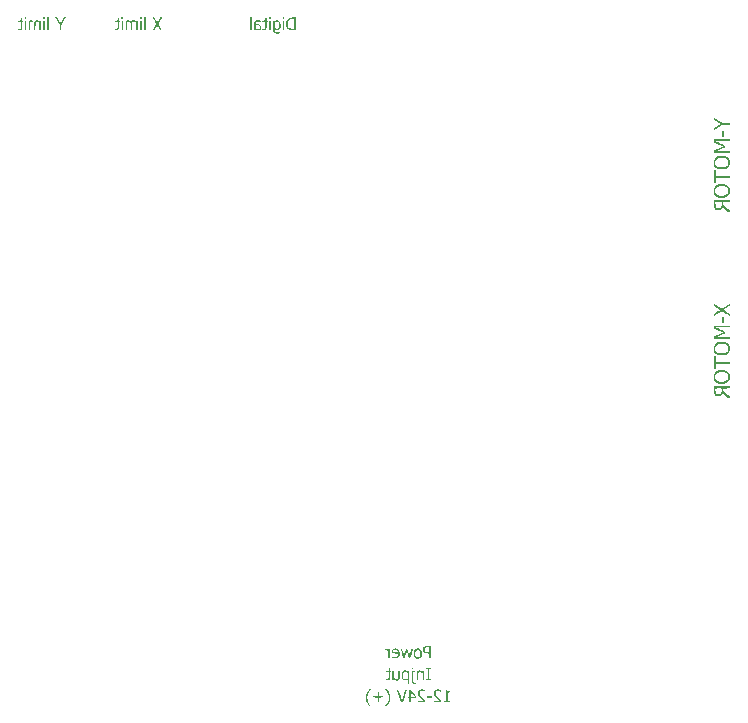
<source format=gbr>
G04 DipTrace 4.1.0.0*
G04 BottomSilk.gbr*
%MOIN*%
G04 #@! TF.FileFunction,Legend,Bot*
G04 #@! TF.Part,Single*
%FSLAX26Y26*%
G04*
G70*
G90*
G75*
G01*
G04 BotSilk*
%LPD*%
G36*
X3113797Y1775317D2*
X3112485Y1774661D1*
X3108548Y1772036D1*
X3105267Y1770068D1*
X3101330Y1767443D1*
X3098049Y1765474D1*
X3094112Y1762850D1*
X3090831Y1760881D1*
X3088863Y1759569D1*
X3088063Y1758884D1*
X3087550Y1758913D1*
X3086238Y1760225D1*
X3079676Y1764162D1*
X3077708Y1765474D1*
X3067865Y1771380D1*
X3065897Y1772692D1*
X3062616Y1774661D1*
X3061960D1*
Y1767443D1*
X3062616Y1766787D1*
X3079020Y1756944D1*
X3080989Y1755632D1*
X3082301Y1754976D1*
X3080989Y1753663D1*
X3078364Y1752351D1*
X3076396Y1751039D1*
X3069834Y1747102D1*
X3067865Y1745789D1*
X3064585Y1743821D1*
X3062616Y1742509D1*
X3061960Y1741852D1*
Y1735291D1*
X3062616D1*
X3065897Y1737259D1*
X3069834Y1739884D1*
X3073115Y1741852D1*
X3075083Y1743165D1*
X3078364Y1745133D1*
X3082301Y1747758D1*
X3085582Y1749726D1*
X3086238Y1750383D1*
X3087113Y1751039D1*
X3087988D1*
X3088863Y1750383D1*
X3090831Y1749070D1*
X3094112Y1747102D1*
X3096081Y1745789D1*
X3102642Y1741852D1*
X3104611Y1740540D1*
X3111173Y1736603D1*
X3113141Y1735291D1*
X3114453D1*
Y1741852D1*
X3113141Y1743165D1*
X3103298Y1749070D1*
X3101330Y1750383D1*
X3094768Y1754320D1*
X3093456Y1754976D1*
Y1755632D1*
X3094768Y1756288D1*
X3098049Y1758257D1*
X3100018Y1759569D1*
X3103298Y1761537D1*
X3105267Y1762850D1*
X3111829Y1766787D1*
X3113797Y1768099D1*
X3114453Y1768755D1*
Y1775317D1*
X3113797D1*
G37*
G36*
X3088863Y1730697D2*
Y1711669D1*
X3094768D1*
Y1730697D1*
X3088863D1*
G37*
G36*
X3061960Y1702482D2*
Y1693296D1*
X3062616Y1692640D1*
X3063928Y1691984D1*
X3087550Y1681485D1*
X3089519Y1680829D1*
X3090831Y1680173D1*
Y1679516D1*
X3089519Y1678860D1*
X3087550Y1678204D1*
X3064585Y1668362D1*
X3061960Y1667049D1*
Y1657863D1*
X3114453D1*
Y1663768D1*
X3069178Y1664425D1*
X3069834Y1665081D1*
X3071802Y1665737D1*
X3077708Y1668362D1*
X3082301Y1670330D1*
X3094112Y1675579D1*
X3098705Y1677548D1*
X3100018Y1678860D1*
Y1682141D1*
X3096081Y1684110D1*
X3091487Y1686078D1*
X3085582Y1688703D1*
X3080989Y1690671D1*
X3075083Y1693296D1*
X3073115Y1693952D1*
X3069178Y1695921D1*
X3114453Y1696577D1*
Y1702482D1*
X3061960D1*
G37*
G36*
X3065897Y1641459D2*
Y1640802D1*
X3063928Y1638834D1*
X3061304Y1633585D1*
X3060648Y1630960D1*
Y1621117D1*
X3061304Y1618493D1*
X3061960Y1616524D1*
X3063272Y1613900D1*
X3064585Y1611931D1*
X3068522Y1607994D1*
X3070490Y1606682D1*
X3074427Y1604713D1*
X3076396Y1604057D1*
X3079020Y1603401D1*
X3082957Y1602745D1*
X3092800D1*
X3096737Y1603401D1*
X3099361Y1604057D1*
X3101330Y1604713D1*
X3106579Y1607338D1*
X3111829Y1612587D1*
X3113141Y1614556D1*
X3113797Y1615868D1*
X3115110Y1619805D1*
X3115766Y1624398D1*
Y1627679D1*
X3115110Y1631616D1*
X3114453Y1634241D1*
X3112485Y1638178D1*
X3111173Y1640146D1*
X3107892Y1643427D1*
X3105923Y1644739D1*
X3101986Y1646708D1*
X3098049Y1648020D1*
X3094768Y1648676D1*
X3080989D1*
X3077708Y1648020D1*
X3073771Y1646708D1*
X3071146Y1645396D1*
X3069178Y1644083D1*
X3066553Y1642115D1*
X3065897Y1641459D1*
X3080989D1*
X3085582Y1642115D1*
X3090175D1*
X3094768Y1641459D1*
X3098049Y1640802D1*
X3100018Y1640146D1*
X3103955Y1638178D1*
X3108548Y1633585D1*
Y1632928D1*
X3109204Y1631616D1*
X3109860Y1628335D1*
X3110516Y1627679D1*
Y1623742D1*
X3109860Y1623086D1*
X3109204Y1620461D1*
X3107892Y1617837D1*
Y1617180D1*
X3104611Y1613900D1*
X3099361Y1611275D1*
X3096737Y1610619D1*
X3092800Y1609963D1*
X3089519Y1609306D1*
X3086238D1*
X3082957Y1609963D1*
X3079020Y1610619D1*
X3075083Y1611931D1*
X3072459Y1613243D1*
X3071802Y1613900D1*
X3070490Y1614556D1*
X3067865Y1617180D1*
Y1617837D1*
X3067209Y1619149D1*
X3066553Y1621117D1*
X3065897Y1621774D1*
Y1630304D1*
X3066553Y1630960D1*
X3067865Y1633585D1*
Y1634241D1*
X3071802Y1638178D1*
X3075739Y1640146D1*
X3077708Y1640802D1*
X3080989Y1641459D1*
X3065897D1*
G37*
G36*
X3061960Y1599464D2*
Y1557469D1*
X3067865D1*
Y1574530D1*
X3114453Y1575186D1*
Y1581747D1*
X3067865Y1582404D1*
Y1599464D1*
X3061960D1*
G37*
G36*
X3065897Y1546970D2*
Y1546314D1*
X3063928Y1544346D1*
X3061304Y1539096D1*
X3060648Y1536472D1*
Y1526629D1*
X3061304Y1524005D1*
X3061960Y1522036D1*
X3063272Y1519411D1*
X3064585Y1517443D1*
X3068522Y1513506D1*
X3070490Y1512194D1*
X3074427Y1510225D1*
X3076396Y1509569D1*
X3079020Y1508913D1*
X3082957Y1508257D1*
X3092800D1*
X3096737Y1508913D1*
X3099361Y1509569D1*
X3101330Y1510225D1*
X3106579Y1512850D1*
X3111829Y1518099D1*
X3113141Y1520068D1*
X3113797Y1521380D1*
X3115110Y1525317D1*
X3115766Y1529910D1*
Y1533191D1*
X3115110Y1537128D1*
X3114453Y1539753D1*
X3112485Y1543690D1*
X3111173Y1545658D1*
X3107892Y1548939D1*
X3105923Y1550251D1*
X3101986Y1552220D1*
X3098049Y1553532D1*
X3094768Y1554188D1*
X3080989D1*
X3077708Y1553532D1*
X3073771Y1552220D1*
X3071146Y1550907D1*
X3069178Y1549595D1*
X3066553Y1547627D1*
X3065897Y1546970D1*
X3080989D1*
X3085582Y1547627D1*
X3090175D1*
X3094768Y1546970D1*
X3098049Y1546314D1*
X3100018Y1545658D1*
X3103955Y1543690D1*
X3108548Y1539096D1*
Y1538440D1*
X3109204Y1537128D1*
X3109860Y1533847D1*
X3110516Y1533191D1*
Y1529254D1*
X3109860Y1528598D1*
X3109204Y1525973D1*
X3107892Y1523348D1*
Y1522692D1*
X3104611Y1519411D1*
X3099361Y1516787D1*
X3096737Y1516131D1*
X3092800Y1515474D1*
X3089519Y1514818D1*
X3086238D1*
X3082957Y1515474D1*
X3079020Y1516131D1*
X3075083Y1517443D1*
X3072459Y1518755D1*
X3071802Y1519411D1*
X3070490Y1520068D1*
X3067865Y1522692D1*
Y1523348D1*
X3067209Y1524661D1*
X3066553Y1526629D1*
X3065897Y1527285D1*
Y1535816D1*
X3066553Y1536472D1*
X3067865Y1539096D1*
Y1539753D1*
X3071802Y1543690D1*
X3075739Y1545658D1*
X3077708Y1546314D1*
X3080989Y1546970D1*
X3065897D1*
G37*
G36*
X3061960Y1492509D2*
Y1478729D1*
X3063272Y1474792D1*
X3063928Y1473480D1*
X3065897Y1470855D1*
X3066553Y1470199D1*
X3068522Y1468886D1*
X3071146Y1467574D1*
X3074427Y1466918D1*
X3077708D1*
X3080989Y1467574D1*
X3082957Y1468230D1*
X3084270Y1468886D1*
X3086238Y1470199D1*
X3088207Y1472167D1*
X3089519Y1474136D1*
X3090831Y1476760D1*
X3090938Y1477268D1*
X3091341Y1477806D1*
X3091664Y1477790D1*
X3092144Y1477417D1*
X3096081Y1474136D1*
X3099361Y1471511D1*
X3103298Y1468230D1*
X3106579Y1465606D1*
X3110516Y1462325D1*
X3113797Y1459700D1*
X3114453D1*
Y1467574D1*
X3111829Y1470199D1*
X3109204Y1472167D1*
X3096081Y1482666D1*
X3094768Y1483322D1*
X3093456Y1484634D1*
Y1492509D1*
X3114453Y1493165D1*
Y1499726D1*
X3061960D1*
Y1492509D1*
X3067209D1*
X3074208Y1493165D1*
X3081208D1*
X3088207Y1492509D1*
Y1483978D1*
X3087550Y1483322D1*
X3086894Y1480041D1*
X3086238Y1478729D1*
Y1478073D1*
X3084270Y1476104D1*
X3081645Y1474792D1*
X3078583Y1474136D1*
X3075521D1*
X3072459Y1474792D1*
X3069834Y1476104D1*
X3068522Y1477417D1*
Y1478073D1*
X3067865Y1480041D1*
X3067209Y1492509D1*
X3061960D1*
G37*
G36*
Y2396052D2*
Y2388834D1*
X3063928Y2387522D1*
X3068522Y2384897D1*
X3071802Y2382928D1*
X3076396Y2380304D1*
X3079676Y2378335D1*
X3083613Y2376367D1*
X3084926Y2375054D1*
X3083613Y2374398D1*
X3079020Y2371774D1*
X3069178Y2365868D1*
X3064585Y2363243D1*
X3062616Y2361931D1*
X3061960Y2361275D1*
Y2354713D1*
X3062616D1*
X3065897Y2356682D1*
X3067865Y2357994D1*
X3087550Y2369805D1*
X3088207Y2370461D1*
X3090831Y2371774D1*
X3114453Y2372430D1*
Y2378335D1*
X3091487Y2378991D1*
X3087550Y2380960D1*
X3086894Y2381616D1*
X3080333Y2385553D1*
X3075739Y2388178D1*
X3069178Y2392115D1*
X3064585Y2394739D1*
X3061960Y2396052D1*
G37*
G36*
X3088863Y2350776D2*
Y2331747D1*
X3094768D1*
Y2350776D1*
X3088863D1*
G37*
G36*
X3061960Y2322561D2*
Y2313375D1*
X3062616Y2312718D1*
X3063928Y2312062D1*
X3087550Y2301564D1*
X3089519Y2300907D1*
X3090831Y2300251D1*
Y2299595D1*
X3089519Y2298939D1*
X3087550Y2298283D1*
X3064585Y2288440D1*
X3061960Y2287128D1*
Y2277942D1*
X3114453D1*
Y2283847D1*
X3069178Y2284503D1*
X3069834Y2285159D1*
X3071802Y2285816D1*
X3077708Y2288440D1*
X3082301Y2290409D1*
X3094112Y2295658D1*
X3098705Y2297627D1*
X3100018Y2298939D1*
Y2302220D1*
X3096081Y2304188D1*
X3091487Y2306157D1*
X3085582Y2308781D1*
X3080989Y2310750D1*
X3075083Y2313375D1*
X3073115Y2314031D1*
X3069178Y2315999D1*
X3114453Y2316655D1*
Y2322561D1*
X3061960D1*
G37*
G36*
X3065897Y2261537D2*
Y2260881D1*
X3063928Y2258913D1*
X3061304Y2253663D1*
X3060648Y2251039D1*
Y2241196D1*
X3061304Y2238571D1*
X3061960Y2236603D1*
X3063272Y2233978D1*
X3064585Y2232010D1*
X3068522Y2228073D1*
X3070490Y2226760D1*
X3074427Y2224792D1*
X3076396Y2224136D1*
X3079020Y2223480D1*
X3082957Y2222823D1*
X3092800D1*
X3096737Y2223480D1*
X3099361Y2224136D1*
X3101330Y2224792D1*
X3106579Y2227417D1*
X3111829Y2232666D1*
X3113141Y2234634D1*
X3113797Y2235947D1*
X3115110Y2239884D1*
X3115766Y2244477D1*
Y2247758D1*
X3115110Y2251695D1*
X3114453Y2254320D1*
X3112485Y2258257D1*
X3111173Y2260225D1*
X3107892Y2263506D1*
X3105923Y2264818D1*
X3101986Y2266787D1*
X3098049Y2268099D1*
X3094768Y2268755D1*
X3080989D1*
X3077708Y2268099D1*
X3073771Y2266787D1*
X3071146Y2265474D1*
X3069178Y2264162D1*
X3066553Y2262194D1*
X3065897Y2261537D1*
X3080989D1*
X3085582Y2262194D1*
X3090175D1*
X3094768Y2261537D1*
X3098049Y2260881D1*
X3100018Y2260225D1*
X3103955Y2258257D1*
X3108548Y2253663D1*
Y2253007D1*
X3109204Y2251695D1*
X3109860Y2248414D1*
X3110516Y2247758D1*
Y2243821D1*
X3109860Y2243165D1*
X3109204Y2240540D1*
X3107892Y2237915D1*
Y2237259D1*
X3104611Y2233978D1*
X3099361Y2231354D1*
X3096737Y2230697D1*
X3092800Y2230041D1*
X3089519Y2229385D1*
X3086238D1*
X3082957Y2230041D1*
X3079020Y2230697D1*
X3075083Y2232010D1*
X3072459Y2233322D1*
X3071802Y2233978D1*
X3070490Y2234634D1*
X3067865Y2237259D1*
Y2237915D1*
X3067209Y2239228D1*
X3066553Y2241196D1*
X3065897Y2241852D1*
Y2250383D1*
X3066553Y2251039D1*
X3067865Y2253663D1*
Y2254320D1*
X3071802Y2258257D1*
X3075739Y2260225D1*
X3077708Y2260881D1*
X3080989Y2261537D1*
X3065897D1*
G37*
G36*
X3061960Y2219543D2*
Y2177548D1*
X3067865D1*
Y2194608D1*
X3114453Y2195264D1*
Y2201826D1*
X3067865Y2202482D1*
Y2219543D1*
X3061960D1*
G37*
G36*
X3065897Y2167049D2*
Y2166393D1*
X3063928Y2164425D1*
X3061304Y2159175D1*
X3060648Y2156551D1*
Y2146708D1*
X3061304Y2144083D1*
X3061960Y2142115D1*
X3063272Y2139490D1*
X3064585Y2137522D1*
X3068522Y2133585D1*
X3070490Y2132272D1*
X3074427Y2130304D1*
X3076396Y2129648D1*
X3079020Y2128991D1*
X3082957Y2128335D1*
X3092800D1*
X3096737Y2128991D1*
X3099361Y2129648D1*
X3101330Y2130304D1*
X3106579Y2132928D1*
X3111829Y2138178D1*
X3113141Y2140146D1*
X3113797Y2141459D1*
X3115110Y2145396D1*
X3115766Y2149989D1*
Y2153270D1*
X3115110Y2157207D1*
X3114453Y2159831D1*
X3112485Y2163768D1*
X3111173Y2165737D1*
X3107892Y2169018D1*
X3105923Y2170330D1*
X3101986Y2172299D1*
X3098049Y2173611D1*
X3094768Y2174267D1*
X3080989D1*
X3077708Y2173611D1*
X3073771Y2172299D1*
X3071146Y2170986D1*
X3069178Y2169674D1*
X3066553Y2167705D1*
X3065897Y2167049D1*
X3080989D1*
X3085582Y2167705D1*
X3090175D1*
X3094768Y2167049D1*
X3098049Y2166393D1*
X3100018Y2165737D1*
X3103955Y2163768D1*
X3108548Y2159175D1*
Y2158519D1*
X3109204Y2157207D1*
X3109860Y2153926D1*
X3110516Y2153270D1*
Y2149333D1*
X3109860Y2148676D1*
X3109204Y2146052D1*
X3107892Y2143427D1*
Y2142771D1*
X3104611Y2139490D1*
X3099361Y2136865D1*
X3096737Y2136209D1*
X3092800Y2135553D1*
X3089519Y2134897D1*
X3086238D1*
X3082957Y2135553D1*
X3079020Y2136209D1*
X3075083Y2137522D1*
X3072459Y2138834D1*
X3071802Y2139490D1*
X3070490Y2140146D1*
X3067865Y2142771D1*
Y2143427D1*
X3067209Y2144739D1*
X3066553Y2146708D1*
X3065897Y2147364D1*
Y2155894D1*
X3066553Y2156551D1*
X3067865Y2159175D1*
Y2159831D1*
X3071802Y2163768D1*
X3075739Y2165737D1*
X3077708Y2166393D1*
X3080989Y2167049D1*
X3065897D1*
G37*
G36*
X3061960Y2112587D2*
Y2098808D1*
X3063272Y2094871D1*
X3063928Y2093558D1*
X3065897Y2090934D1*
X3066553Y2090278D1*
X3068522Y2088965D1*
X3071146Y2087653D1*
X3074427Y2086997D1*
X3077708D1*
X3080989Y2087653D1*
X3082957Y2088309D1*
X3084270Y2088965D1*
X3086238Y2090278D1*
X3088207Y2092246D1*
X3089519Y2094215D1*
X3090831Y2096839D1*
X3090938Y2097347D1*
X3091341Y2097885D1*
X3091664Y2097869D1*
X3092144Y2097495D1*
X3096081Y2094215D1*
X3099361Y2091590D1*
X3103298Y2088309D1*
X3106579Y2085684D1*
X3110516Y2082404D1*
X3113797Y2079779D1*
X3114453D1*
Y2087653D1*
X3111829Y2090278D1*
X3109204Y2092246D1*
X3096081Y2102745D1*
X3094768Y2103401D1*
X3093456Y2104713D1*
Y2112587D1*
X3114453Y2113243D1*
Y2119805D1*
X3061960D1*
Y2112587D1*
X3067209D1*
X3074208Y2113243D1*
X3081208D1*
X3088207Y2112587D1*
Y2104057D1*
X3087550Y2103401D1*
X3086894Y2100120D1*
X3086238Y2098808D1*
Y2098152D1*
X3084270Y2096183D1*
X3081645Y2094871D1*
X3078583Y2094215D1*
X3075521D1*
X3072459Y2094871D1*
X3069834Y2096183D1*
X3068522Y2097495D1*
Y2098152D1*
X3067865Y2100120D1*
X3067209Y2112587D1*
X3061960D1*
G37*
G36*
X839781Y2731026D2*
Y2687456D1*
X844506D1*
Y2731026D1*
X839781D1*
G37*
G36*
X764191Y2729451D2*
Y2724201D1*
X769965D1*
Y2729451D1*
X764191D1*
G37*
G36*
X826133D2*
Y2724201D1*
X831907D1*
Y2729451D1*
X826133D1*
G37*
G36*
X867078D2*
X868128Y2728401D1*
Y2727876D1*
X868653Y2726826D1*
X869703Y2725251D1*
X870228Y2724201D1*
X871277Y2722627D1*
X871802Y2721577D1*
X872852Y2720002D1*
X873377Y2718952D1*
X874427Y2717377D1*
X874952Y2716327D1*
X876002Y2714753D1*
X876527Y2713703D1*
X877577Y2712128D1*
X878102Y2711078D1*
X879152Y2709503D1*
X879676Y2708453D1*
X880726Y2706879D1*
X881251Y2687456D1*
X886501D1*
Y2705829D1*
X887550Y2706879D1*
X888600Y2708978D1*
X889650Y2710553D1*
X890175Y2711603D1*
X891225Y2713178D1*
X891750Y2714228D1*
X892800Y2715802D1*
X893850Y2717902D1*
X894900Y2719477D1*
X895424Y2720527D1*
X896474Y2722102D1*
X896999Y2723152D1*
X898049Y2724726D1*
X899099Y2726826D1*
X900149Y2728401D1*
X900674Y2729451D1*
X894900D1*
X893850Y2727876D1*
X893325Y2726826D1*
X892275Y2725251D1*
X891225Y2723152D1*
X890175Y2721577D1*
X889650Y2720527D1*
X888600Y2718952D1*
X887550Y2716852D1*
X886501Y2715278D1*
X885976Y2714228D1*
X884926Y2712653D1*
X884661Y2712127D1*
X884356Y2711578D1*
X883844Y2711032D1*
X883573Y2711118D1*
X883351Y2711603D1*
X882301Y2713178D1*
X881251Y2715278D1*
X880201Y2716852D1*
X879676Y2717902D1*
X878627Y2719477D1*
X878102Y2720527D1*
X877052Y2722102D1*
X876527Y2723152D1*
X875477Y2724726D1*
X874427Y2726826D1*
X873377Y2728401D1*
X872852Y2729451D1*
X867078D1*
G37*
G36*
X751592Y2727876D2*
Y2719477D1*
X741619Y2718952D1*
Y2714753D1*
X751592Y2714228D1*
Y2696380D1*
X751068Y2695855D1*
Y2693755D1*
X749493Y2692180D1*
X748443Y2691655D1*
X746693Y2691131D1*
X744943D1*
X743194Y2691655D1*
X741619Y2692180D1*
Y2687981D1*
X742144Y2687456D1*
X744768Y2686931D1*
X749493D1*
X751068Y2687456D1*
X753167Y2688506D1*
X754217Y2689556D1*
X755267Y2691131D1*
X755792Y2692705D1*
X756317Y2695330D1*
Y2714228D1*
X759991Y2714753D1*
Y2718952D1*
X756317Y2719477D1*
Y2727876D1*
X751592D1*
G37*
G36*
X784663Y2720002D2*
X783089Y2719477D1*
X780989Y2718427D1*
X779939Y2717377D1*
X778889Y2715802D1*
X777839Y2712653D1*
Y2687456D1*
X782564D1*
X783089Y2711603D1*
Y2712653D1*
X784663Y2714228D1*
X785713Y2714753D1*
X787113Y2715278D1*
X788513D1*
X789913Y2714753D1*
X791487Y2714228D1*
X792537Y2713703D1*
X793062Y2713178D1*
X794112Y2712653D1*
X795687Y2711078D1*
Y2687456D1*
X800411D1*
X800936Y2711078D1*
Y2712653D1*
X802511Y2714228D1*
X803561Y2714753D1*
X805136Y2715278D1*
X806711D1*
X808285Y2714753D1*
X811435Y2713178D1*
X812485Y2712128D1*
X813535Y2711603D1*
Y2687456D1*
X818259D1*
Y2718952D1*
X813535D1*
Y2716327D1*
X812978Y2715757D1*
X812706Y2715843D1*
X812485Y2716327D1*
X810910Y2717902D1*
X809335Y2718952D1*
X808285Y2719477D1*
X806711Y2720002D1*
X802511D1*
X800936Y2719477D1*
X799886Y2718952D1*
X797262Y2716327D1*
X796997Y2715801D1*
X796692Y2715253D1*
X796179Y2714706D1*
X795909Y2714793D1*
X795687Y2715278D1*
X793587Y2717377D1*
X792012Y2718427D1*
X789913Y2719477D1*
X788338Y2720002D1*
X784663D1*
G37*
G36*
X764716Y2718952D2*
Y2687456D1*
X769440D1*
Y2718952D1*
X764716D1*
G37*
G36*
X826658D2*
Y2687456D1*
X831382D1*
Y2718952D1*
X826658D1*
G37*
G36*
X1162616Y2731026D2*
Y2687456D1*
X1167340D1*
Y2731026D1*
X1162616D1*
G37*
G36*
X1087026Y2729451D2*
Y2724201D1*
X1092800D1*
Y2729451D1*
X1087026D1*
G37*
G36*
X1148968D2*
Y2724201D1*
X1154742D1*
Y2729451D1*
X1148968D1*
G37*
G36*
X1190963D2*
Y2728926D1*
X1191487Y2727876D1*
X1193587Y2724726D1*
X1194112Y2723676D1*
X1197262Y2718952D1*
X1197787Y2717902D1*
X1199886Y2714753D1*
X1200411Y2713703D1*
X1202511Y2710553D1*
X1203036Y2709503D1*
X1203433Y2708797D1*
X1203381Y2708324D1*
X1203036Y2707928D1*
X1202511Y2706879D1*
X1200411Y2703729D1*
X1199886Y2702679D1*
X1198837Y2701104D1*
X1198312Y2700054D1*
X1197262Y2698480D1*
X1196737Y2697430D1*
X1194637Y2694280D1*
X1194112Y2693230D1*
X1193062Y2691655D1*
X1192537Y2690606D1*
X1191487Y2689031D1*
X1190963Y2687981D1*
Y2687456D1*
X1196737D1*
X1197262Y2688506D1*
X1198312Y2690081D1*
X1198837Y2691131D1*
X1199886Y2692705D1*
X1200411Y2693755D1*
X1201461Y2695330D1*
X1201986Y2696380D1*
X1203036Y2697955D1*
X1203561Y2699005D1*
X1204611Y2700579D1*
X1205136Y2701629D1*
X1206186Y2703204D1*
X1206271Y2703610D1*
X1206593Y2704040D1*
X1206852Y2704028D1*
X1207236Y2703729D1*
X1209335Y2700579D1*
X1209860Y2699530D1*
X1210910Y2697955D1*
X1211435Y2696905D1*
X1212485Y2695330D1*
X1213010Y2694280D1*
X1215110Y2691131D1*
X1215634Y2690081D1*
X1216684Y2688506D1*
X1217209Y2687456D1*
X1222984D1*
X1222459Y2688506D1*
X1220359Y2691655D1*
X1219834Y2692705D1*
X1217734Y2695855D1*
X1217209Y2696905D1*
X1214060Y2701629D1*
X1213535Y2702679D1*
X1211435Y2705829D1*
X1210910Y2706879D1*
X1209860Y2707928D1*
Y2708978D1*
X1210910Y2710028D1*
X1211435Y2711078D1*
X1212485Y2712653D1*
X1213010Y2713703D1*
X1214060Y2715278D1*
X1214585Y2716327D1*
X1216684Y2719477D1*
X1217209Y2720527D1*
X1218259Y2722102D1*
X1218784Y2723152D1*
X1219834Y2724726D1*
X1220359Y2725776D1*
X1221409Y2727351D1*
X1222459Y2729451D1*
X1216684D1*
X1216159Y2728926D1*
X1215634Y2727876D1*
X1214585Y2726301D1*
X1214060Y2725251D1*
X1213010Y2723676D1*
X1212485Y2722627D1*
X1211435Y2721052D1*
X1210910Y2720002D1*
X1209860Y2718427D1*
X1209335Y2717377D1*
X1208285Y2715802D1*
X1207760Y2714753D1*
Y2714228D1*
X1206711Y2713178D1*
X1205938Y2713231D1*
X1205503Y2713822D1*
X1205661Y2714228D1*
X1204611Y2715802D1*
X1204086Y2716852D1*
X1203036Y2718427D1*
X1202511Y2719477D1*
X1201461Y2721052D1*
X1200936Y2722102D1*
X1198837Y2725251D1*
X1198312Y2726301D1*
X1197262Y2727876D1*
X1196737Y2728926D1*
X1196212Y2729451D1*
X1190963D1*
G37*
G36*
X1074427Y2727876D2*
Y2719477D1*
X1064453Y2718952D1*
Y2714753D1*
X1074427Y2714228D1*
Y2696380D1*
X1073902Y2695855D1*
Y2693755D1*
X1072327Y2692180D1*
X1071277Y2691655D1*
X1069528Y2691131D1*
X1067778D1*
X1066028Y2691655D1*
X1064453Y2692180D1*
Y2687981D1*
X1064978Y2687456D1*
X1067603Y2686931D1*
X1072327D1*
X1073902Y2687456D1*
X1076002Y2688506D1*
X1077052Y2689556D1*
X1078102Y2691131D1*
X1078627Y2692705D1*
X1079152Y2695330D1*
Y2714228D1*
X1082826Y2714753D1*
Y2718952D1*
X1079152Y2719477D1*
Y2727876D1*
X1074427D1*
G37*
G36*
X1107498Y2720002D2*
X1105923Y2719477D1*
X1103823Y2718427D1*
X1102774Y2717377D1*
X1101724Y2715802D1*
X1100674Y2712653D1*
Y2687456D1*
X1105398D1*
X1105923Y2711603D1*
Y2712653D1*
X1107498Y2714228D1*
X1108548Y2714753D1*
X1109948Y2715278D1*
X1111347D1*
X1112747Y2714753D1*
X1114322Y2714228D1*
X1115372Y2713703D1*
X1115897Y2713178D1*
X1116947Y2712653D1*
X1118522Y2711078D1*
Y2687456D1*
X1123246D1*
X1123771Y2711078D1*
Y2712653D1*
X1125346Y2714228D1*
X1126396Y2714753D1*
X1127970Y2715278D1*
X1129545D1*
X1131120Y2714753D1*
X1134270Y2713178D1*
X1135319Y2712128D1*
X1136369Y2711603D1*
Y2687456D1*
X1141094D1*
Y2718952D1*
X1136369D1*
Y2716327D1*
X1135813Y2715757D1*
X1135541Y2715843D1*
X1135319Y2716327D1*
X1133745Y2717902D1*
X1132170Y2718952D1*
X1131120Y2719477D1*
X1129545Y2720002D1*
X1125346D1*
X1123771Y2719477D1*
X1122721Y2718952D1*
X1120096Y2716327D1*
X1119832Y2715801D1*
X1119527Y2715253D1*
X1119014Y2714706D1*
X1118744Y2714793D1*
X1118522Y2715278D1*
X1116422Y2717377D1*
X1114847Y2718427D1*
X1112747Y2719477D1*
X1111173Y2720002D1*
X1107498D1*
G37*
G36*
X1087550Y2718952D2*
Y2687456D1*
X1092275D1*
Y2718952D1*
X1087550D1*
G37*
G36*
X1149493D2*
Y2687456D1*
X1154217D1*
Y2718952D1*
X1149493D1*
G37*
G36*
X1516422Y2731026D2*
Y2687456D1*
X1521146D1*
Y2731026D1*
X1516422D1*
G37*
G36*
X1578889Y2729451D2*
Y2724201D1*
X1584663D1*
Y2729451D1*
X1578889D1*
G37*
G36*
X1624033D2*
Y2724201D1*
X1629808D1*
Y2729451D1*
X1624033D1*
G37*
G36*
X1642406Y2724726D2*
X1639257Y2721577D1*
X1638207Y2720002D1*
X1637157Y2717902D1*
X1636632Y2716327D1*
X1636107Y2714228D1*
X1635582Y2711078D1*
Y2705829D1*
X1636107Y2702679D1*
X1637157Y2699530D1*
X1638732Y2696380D1*
X1639781Y2694805D1*
X1643456Y2691131D1*
X1645031Y2690081D1*
X1647131Y2689031D1*
X1650280Y2687981D1*
X1653430Y2687456D1*
X1668128D1*
Y2729451D1*
X1653955D1*
X1650805Y2728926D1*
X1648705Y2728401D1*
X1647131Y2727876D1*
X1643981Y2726301D1*
X1642406Y2724726D1*
X1653955D1*
X1657104Y2725251D1*
X1660254D1*
X1663403Y2724726D1*
Y2692180D1*
X1660254Y2691655D1*
X1657104D1*
X1653955Y2692180D1*
X1651330Y2692705D1*
X1649755Y2693230D1*
X1646606Y2694805D1*
X1643456Y2697955D1*
Y2698480D1*
X1642406Y2700579D1*
X1641881Y2702154D1*
X1641356Y2705304D1*
X1640831Y2705829D1*
Y2711078D1*
X1641356Y2711603D1*
X1641881Y2714228D1*
X1642406Y2716327D1*
X1643456Y2718427D1*
Y2718952D1*
X1646081Y2721577D1*
X1647131Y2722102D1*
X1647655Y2722627D1*
X1649755Y2723676D1*
X1651330Y2724201D1*
X1653955Y2724726D1*
X1642406D1*
G37*
G36*
X1566291Y2727876D2*
Y2719477D1*
X1556317Y2718952D1*
Y2714753D1*
X1566291Y2714228D1*
Y2696380D1*
X1565766Y2695855D1*
Y2693755D1*
X1564191Y2692180D1*
X1563141Y2691655D1*
X1561391Y2691131D1*
X1559641D1*
X1557892Y2691655D1*
X1556317Y2692180D1*
Y2687981D1*
X1556842Y2687456D1*
X1559466Y2686931D1*
X1564191D1*
X1565766Y2687456D1*
X1567865Y2688506D1*
X1568915Y2689556D1*
X1569965Y2691131D1*
X1570490Y2692705D1*
X1571015Y2695330D1*
Y2714228D1*
X1574690Y2714753D1*
Y2718952D1*
X1571015Y2719477D1*
Y2727876D1*
X1566291D1*
G37*
G36*
X1529545Y2703729D2*
Y2687456D1*
X1534270D1*
Y2690081D1*
X1534662Y2690418D1*
X1534934Y2690387D1*
X1535319Y2690081D1*
X1536369Y2689031D1*
X1537944Y2687981D1*
X1540044Y2686931D1*
X1542144Y2686406D1*
X1546343D1*
X1547918Y2686931D1*
X1550018Y2687981D1*
X1552117Y2690081D1*
X1553167Y2691655D1*
X1553692Y2693230D1*
Y2700054D1*
X1552642Y2702154D1*
X1550018Y2704779D1*
X1546868Y2706354D1*
X1544768Y2706879D1*
X1542144Y2707404D1*
X1537944Y2707928D1*
X1534270Y2708453D1*
Y2712128D1*
X1534795Y2712653D1*
Y2713178D1*
X1535844Y2714228D1*
X1536894Y2714753D1*
X1538469Y2715278D1*
X1540744Y2715802D1*
X1543019D1*
X1545293Y2715278D1*
X1551068Y2713703D1*
X1551592D1*
Y2718427D1*
X1551068Y2718952D1*
X1548443Y2719477D1*
X1545293Y2720002D1*
X1538469D1*
X1535844Y2719477D1*
X1532695Y2717902D1*
X1531120Y2716327D1*
X1529545Y2713178D1*
Y2703729D1*
X1534270D1*
X1535319Y2704254D1*
X1536369D1*
X1537419Y2703729D1*
X1541619Y2703204D1*
X1544243Y2702679D1*
X1546343Y2701629D1*
X1548443Y2699530D1*
Y2699005D1*
X1548968Y2698480D1*
Y2694280D1*
X1548443Y2693755D1*
Y2693230D1*
X1546868Y2691655D1*
X1545293Y2691131D1*
X1543543Y2690606D1*
X1541794D1*
X1540044Y2691131D1*
X1538469Y2691655D1*
X1537419Y2692180D1*
X1536894Y2692705D1*
X1535844Y2693230D1*
X1534270Y2694805D1*
Y2703729D1*
X1529545D1*
G37*
G36*
X1592537Y2715278D2*
Y2686931D1*
X1593062Y2684306D1*
X1593587Y2682732D1*
X1594637Y2680632D1*
X1596212Y2678532D1*
X1598312Y2676957D1*
X1599361Y2676432D1*
X1600936Y2675907D1*
X1603561Y2675383D1*
X1610385D1*
X1613010Y2675907D1*
X1615110Y2676432D1*
X1615634Y2676957D1*
Y2681682D1*
X1615110D1*
X1609335Y2680107D1*
X1607236Y2679582D1*
X1605136D1*
X1603036Y2680107D1*
X1601461Y2680632D1*
X1599361Y2681682D1*
X1598739Y2682272D1*
X1598837Y2682732D1*
X1598312Y2683781D1*
X1597787Y2685356D1*
X1597262Y2685881D1*
Y2691131D1*
X1597654Y2691468D1*
X1597926Y2691437D1*
X1598312Y2691131D1*
X1599361Y2690081D1*
X1602511Y2688506D1*
X1604086Y2687981D1*
X1609335D1*
X1610910Y2688506D1*
X1613010Y2689556D1*
X1616159Y2692705D1*
X1617209Y2694805D1*
X1618259Y2697955D1*
X1618784Y2703204D1*
Y2703729D1*
X1618259Y2708453D1*
X1617209Y2711603D1*
X1616159Y2713703D1*
X1615110Y2715278D1*
X1612485Y2717902D1*
X1609335Y2719477D1*
X1607760Y2720002D1*
X1603036D1*
X1600936Y2719477D1*
X1598837Y2718427D1*
X1598196Y2717879D1*
X1597588Y2717947D1*
X1597090Y2718554D1*
X1597262Y2718952D1*
X1592537D1*
Y2715278D1*
X1601461D1*
X1603386Y2715802D1*
X1605311D1*
X1607236Y2715278D1*
X1608810Y2714753D1*
X1609335Y2714228D1*
X1610385Y2713703D1*
X1610808Y2713025D1*
X1610910Y2712653D1*
X1611960Y2711078D1*
X1612485Y2710028D1*
X1613010Y2707928D1*
X1613535Y2707404D1*
Y2699530D1*
X1613010Y2699005D1*
X1612485Y2696905D1*
X1611960Y2695855D1*
Y2695330D1*
X1609860Y2693230D1*
X1608285Y2692705D1*
X1606536Y2692180D1*
X1604786D1*
X1603036Y2692705D1*
X1601461Y2693230D1*
X1598312Y2694805D1*
X1597262Y2695855D1*
Y2713703D1*
X1598312Y2714228D1*
X1601461Y2715278D1*
X1592537D1*
G37*
G36*
X1579414Y2718952D2*
Y2687456D1*
X1584138D1*
Y2718952D1*
X1579414D1*
G37*
G36*
X1624558D2*
Y2687456D1*
X1629283D1*
Y2718952D1*
X1624558D1*
G37*
G36*
X2094900Y630763D2*
X2093850Y629713D1*
X2092800Y627613D1*
X2092275Y626039D1*
Y619739D1*
X2092800Y618165D1*
X2094375Y615015D1*
X2097524Y611865D1*
X2100674Y610291D1*
X2102249Y609766D1*
X2104348Y609241D1*
X2113272Y608716D1*
Y593493D1*
X2117997D1*
Y635488D1*
X2103823D1*
X2101199Y634963D1*
X2099624Y634438D1*
X2097524Y633388D1*
X2095424Y631813D1*
X2094900Y631288D1*
Y630763D1*
X2103823D1*
X2106973Y631288D1*
X2110123D1*
X2113272Y630763D1*
Y613965D1*
X2110473Y613440D1*
X2107673D1*
X2104873Y613965D1*
X2102774Y614490D1*
X2101199Y615015D1*
X2098574Y617640D1*
Y618165D1*
X2098049Y619739D1*
X2097524Y620264D1*
Y625514D1*
X2098049Y626039D1*
X2098574Y627089D1*
Y627613D1*
X2100149Y629188D1*
X2102249Y630238D1*
X2103823Y630763D1*
X2094900D1*
G37*
G36*
X1990438Y621839D2*
X1989388Y620789D1*
X1988863Y619739D1*
X1987813Y616590D1*
Y609241D1*
X2009335Y608716D1*
Y605041D1*
X2008810Y604516D1*
X2008285Y602942D1*
X2007760Y601892D1*
Y601367D1*
X2005661Y599267D1*
X2003561Y598217D1*
X2001986Y597692D1*
X1999886Y597167D1*
X1997787D1*
X1993587Y598217D1*
X1992012Y598742D1*
X1988863Y600317D1*
X1988338Y600842D1*
Y595592D1*
X1988863Y595068D1*
X1991487Y594018D1*
X1995687Y592968D1*
X2001986D1*
X2004086Y593493D1*
X2005661Y594018D1*
X2007760Y595068D1*
X2009335Y596117D1*
X2011435Y598217D1*
X2013535Y602417D1*
X2014060Y604516D1*
X2014585Y608716D1*
Y609766D1*
X2014060Y614490D1*
X2013010Y617640D1*
X2011960Y619739D1*
X2010385Y621839D1*
X2009335Y622889D1*
X2006186Y624989D1*
X2004611Y625514D1*
X2002511Y626039D1*
X1997262D1*
X1995162Y625514D1*
X1993062Y624464D1*
X1990438Y621839D1*
X1997262D1*
X1999187Y622364D1*
X2001111D1*
X2003036Y621839D1*
X2004611Y621314D1*
X2005661Y620789D1*
X2007760Y618690D1*
Y618165D1*
X2008810Y616065D1*
X2009335Y615540D1*
Y613440D1*
X2003561Y612915D1*
X1997787D1*
X1992012Y613440D1*
X1992114Y613812D1*
X1992537Y614490D1*
X1993062Y617640D1*
X1993587Y618690D1*
Y619215D1*
X1995162Y620789D1*
X1997262Y621839D1*
X1990438D1*
G37*
G36*
X2064453Y621314D2*
Y620789D1*
X2063403Y619739D1*
X2062354Y617640D1*
X2061829Y616065D1*
X2061304Y613440D1*
Y605041D1*
X2061829Y602417D1*
X2062354Y600842D1*
X2063403Y598742D1*
X2064453Y597167D1*
X2066553Y595068D1*
X2068128Y594018D1*
X2070228Y592968D1*
X2072327Y592443D1*
X2077577D1*
X2079676Y592968D1*
X2082826Y594543D1*
X2085976Y597692D1*
X2088075Y601892D1*
X2088600Y603991D1*
Y614490D1*
X2088075Y616590D1*
X2085976Y620789D1*
X2082826Y623939D1*
X2079676Y625514D1*
X2077577Y626039D1*
X2072327D1*
X2070228Y625514D1*
X2068128Y624464D1*
X2066553Y623414D1*
X2064453Y621314D1*
X2072327D1*
X2074077Y621839D1*
X2075827D1*
X2077577Y621314D1*
X2079152Y620789D1*
X2080201Y620264D1*
X2081776Y618690D1*
Y618165D1*
X2082826Y616065D1*
X2083351Y613965D1*
X2083876Y613440D1*
Y605041D1*
X2083351Y604516D1*
X2082826Y602417D1*
X2081776Y600317D1*
Y599792D1*
X2080726Y598742D1*
X2079676Y598217D1*
X2079152Y597692D1*
X2077577Y597167D1*
X2075827Y596642D1*
X2074077D1*
X2072327Y597167D1*
X2070228Y598217D1*
X2067603Y600842D1*
Y601367D1*
X2067078Y602942D1*
X2066553Y606091D1*
X2066028Y606616D1*
Y611865D1*
X2066553Y612390D1*
X2067078Y615540D1*
X2067603Y617115D1*
Y617640D1*
X2070753Y620789D1*
X2072327Y621314D1*
X2064453D1*
G37*
G36*
X1965241Y624989D2*
Y619739D1*
X1971015Y619215D1*
X1972590Y618690D1*
X1974690Y617640D1*
X1975739Y616590D1*
X1976789Y616065D1*
Y593493D1*
X1981514D1*
Y624989D1*
X1976789D1*
Y620789D1*
X1976233Y620219D1*
X1975961Y620304D1*
X1975739Y620789D1*
X1974165Y622364D1*
X1972590Y623414D1*
X1970490Y624464D1*
X1968915Y624989D1*
X1965241D1*
G37*
G36*
X2017734D2*
Y623414D1*
X2025083Y594018D1*
X2025608Y593493D1*
X2029808D1*
X2030333Y594543D1*
X2031382Y597692D1*
X2031907Y599792D1*
X2034007Y606091D1*
X2034532Y608191D1*
X2036632Y614490D1*
X2037157Y616590D1*
X2037242Y616996D1*
X2037564Y617426D1*
X2037823Y617414D1*
X2038207Y617115D1*
X2038732Y615015D1*
X2040831Y608716D1*
X2041356Y606616D1*
X2042931Y601892D1*
X2043456Y599792D1*
X2045556Y593493D1*
X2050280D1*
X2053955Y608191D1*
X2054480Y609766D1*
X2058154Y624464D1*
Y624989D1*
X2052905D1*
X2052380Y622364D1*
X2051855Y620264D1*
X2051330Y617640D1*
X2050805Y615540D1*
X2050280Y612915D1*
X2049230Y608716D1*
X2048705Y606091D1*
X2048180Y603991D1*
X2047655Y601367D1*
X2047099Y600797D1*
X2046827Y600882D1*
X2046606Y601367D1*
Y602417D1*
X2046081Y603991D1*
X2045556Y606091D1*
X2043981Y610816D1*
X2043456Y612915D1*
X2042406Y616065D1*
X2041881Y618165D1*
X2040831Y621314D1*
X2040306Y623414D1*
X2039781Y624989D1*
X2035582D1*
X2035057Y623939D1*
X2034532Y621839D1*
X2032957Y617115D1*
X2032432Y615015D1*
X2030333Y608716D1*
X2029808Y606616D1*
X2028233Y601892D1*
Y600842D1*
X2027676Y600272D1*
X2027404Y600357D1*
X2027183Y600842D1*
Y602417D1*
X2026133Y607666D1*
X2025608Y609766D1*
X2024033Y617640D1*
X2023508Y619739D1*
X2022459Y624989D1*
X2017734D1*
G37*
G36*
X2055005Y561997D2*
Y556747D1*
X2060254D1*
Y561997D1*
X2055005D1*
G37*
G36*
X2102249D2*
Y558322D1*
X2108023Y557797D1*
Y524201D1*
X2102249Y523676D1*
Y520002D1*
X2118522D1*
Y523676D1*
X2112747Y524201D1*
Y557797D1*
X2118522Y558322D1*
Y561997D1*
X2102249D1*
G37*
G36*
X1977314Y560422D2*
Y552023D1*
X1967340Y551498D1*
Y547299D1*
X1977314Y546774D1*
Y528926D1*
X1976789Y528401D1*
Y526301D1*
X1975215Y524726D1*
X1974165Y524201D1*
X1972415Y523676D1*
X1970665D1*
X1968915Y524201D1*
X1967340Y524726D1*
Y520527D1*
X1967865Y520002D1*
X1970490Y519477D1*
X1975215D1*
X1976789Y520002D1*
X1978889Y521052D1*
X1979939Y522102D1*
X1980989Y523676D1*
X1981514Y525251D1*
X1982039Y527876D1*
Y546774D1*
X1985713Y547299D1*
Y551498D1*
X1982039Y552023D1*
Y560422D1*
X1977314D1*
G37*
G36*
X2022984Y547299D2*
X2022811Y546662D1*
X2022459Y546249D1*
X2021934Y545199D1*
X2021409Y543624D1*
X2020884Y540999D1*
Y532600D1*
X2021409Y529976D1*
X2021934Y528401D1*
X2023508Y525251D1*
X2024558Y523676D1*
X2026133Y522102D1*
X2027708Y521052D1*
X2029808Y520002D1*
X2031382Y519477D1*
X2036632D1*
X2039781Y520527D1*
X2040831Y521052D1*
X2041223Y521389D1*
X2041495Y521358D1*
X2041881Y521052D1*
Y508453D1*
X2046606D1*
Y551498D1*
X2041881D1*
Y548873D1*
X2041325Y548303D1*
X2041053Y548388D1*
X2040831Y548873D1*
X2039781Y549923D1*
X2038207Y550973D1*
X2036107Y552023D1*
X2034007Y552548D1*
X2029808D1*
X2028233Y552023D1*
X2026133Y550973D1*
X2023508Y548348D1*
X2022984Y547299D1*
X2030858D1*
X2032607Y547823D1*
X2034357D1*
X2036107Y547299D1*
X2037682Y546774D1*
X2039781Y545724D1*
X2040831Y544674D1*
X2041881Y544149D1*
Y525776D1*
X2039781Y524726D1*
X2038207Y524201D1*
X2036107Y523676D1*
X2034007D1*
X2031907Y524201D1*
X2029808Y525251D1*
X2027183Y527876D1*
Y528401D1*
X2026658Y529976D1*
X2026133Y532600D1*
X2025608Y533125D1*
Y538900D1*
X2026133Y539425D1*
X2026658Y542049D1*
X2027183Y543624D1*
X2027708Y544674D1*
Y545199D1*
X2028758Y546249D1*
X2030858Y547299D1*
X2022984D1*
G37*
G36*
X2078627Y552548D2*
X2077052Y552023D1*
X2074952Y550973D1*
X2073377Y549398D1*
X2072327Y547823D1*
X2071277Y544674D1*
Y520002D1*
X2076002D1*
X2076527Y543624D1*
X2077052Y545199D1*
X2077154Y545571D1*
X2077577Y546249D1*
X2079676Y547299D1*
X2081251Y547823D1*
X2082826D1*
X2085976Y546774D1*
X2088075Y545724D1*
X2088600Y545199D1*
X2089650Y544674D1*
X2090700Y543624D1*
Y520002D1*
X2095424D1*
Y551498D1*
X2090700D1*
Y548873D1*
X2090143Y548303D1*
X2089872Y548388D1*
X2089650Y548873D1*
X2089125Y549398D1*
X2085976Y551498D1*
X2082826Y552548D1*
X2078627D1*
G37*
G36*
X1990438Y551498D2*
Y520002D1*
X1995162D1*
Y522627D1*
X1995554Y522964D1*
X1995826Y522933D1*
X1996212Y522627D1*
X1998312Y521052D1*
X2001461Y519477D1*
X2003036Y518952D1*
X2007236D1*
X2008810Y519477D1*
X2010910Y520527D1*
X2013010Y522627D1*
X2014060Y524726D1*
X2014585Y526301D1*
X2015110Y529451D1*
Y551498D1*
X2010385D1*
X2009860Y530501D1*
X2009335Y527351D1*
Y526301D1*
X2007760Y524726D1*
X2006711Y524201D1*
X2004961Y523676D1*
X2003211D1*
X2001461Y524201D1*
X1999886Y524726D1*
X1997787Y525776D1*
X1997262Y526301D1*
X1996212Y526826D1*
X1995162Y527876D1*
Y551498D1*
X1990438D1*
G37*
G36*
X2055005D2*
Y516327D1*
X2055529Y514228D1*
X2056579Y512128D1*
X2059204Y509503D1*
X2061304Y508453D1*
X2063403Y507928D1*
X2068653D1*
X2069703Y508453D1*
Y512653D1*
X2069178D1*
X2067253Y512128D1*
X2065328D1*
X2063403Y512653D1*
X2061304Y513703D1*
Y514228D1*
X2060254Y516852D1*
X2059729Y517377D1*
Y546774D1*
X2065503Y547299D1*
Y551498D1*
X2055005D1*
G37*
G36*
X1913272Y490081D2*
X1911173Y487981D1*
X1908023Y483257D1*
X1904873Y476957D1*
X1903823Y473808D1*
X1903298Y471708D1*
X1902774Y468558D1*
Y456485D1*
X1903298Y453335D1*
X1903823Y451236D1*
X1904873Y448086D1*
X1908023Y441787D1*
X1909073Y440212D1*
X1909598Y439162D1*
X1911173Y437062D1*
X1913272Y434963D1*
X1919047D1*
X1915897Y438637D1*
X1913797Y441262D1*
X1912747Y442837D1*
X1910123Y448086D1*
X1908548Y452810D1*
X1908023Y454910D1*
X1907498Y458585D1*
X1906973Y459110D1*
Y465934D1*
X1907498Y466459D1*
X1908023Y470133D1*
X1908548Y472233D1*
X1910123Y476957D1*
X1912747Y482207D1*
X1915897Y486406D1*
X1919047Y490081D1*
X1913272D1*
G37*
G36*
X1966291D2*
X1970490Y485881D1*
Y485356D1*
X1972065Y483257D1*
X1972590Y482207D1*
X1973640Y480632D1*
X1975215Y477482D1*
X1976789Y472758D1*
X1977314Y470658D1*
X1977839Y468033D1*
X1978364Y467509D1*
Y457535D1*
X1977839Y457010D1*
X1977314Y454385D1*
X1976789Y452285D1*
X1975215Y447561D1*
X1973640Y444411D1*
X1972590Y442837D1*
X1972065Y441787D1*
X1970490Y439687D1*
X1966291Y434963D1*
X1972590D1*
X1973115Y435488D1*
X1976264Y439687D1*
X1976789Y440737D1*
X1977839Y442312D1*
X1980464Y447561D1*
X1981514Y450711D1*
X1982039Y452810D1*
X1982564Y455435D1*
X1983089Y460684D1*
Y464359D1*
X1982564Y469608D1*
X1982039Y472233D1*
X1981514Y474333D1*
X1980464Y477482D1*
X1977839Y482732D1*
X1976789Y484306D1*
X1976264Y485356D1*
X1973115Y489556D1*
X1972590Y490081D1*
X1966291D1*
G37*
G36*
X2085451Y489556D2*
X2083351Y489031D1*
X2080201Y487456D1*
X2078102Y485356D1*
X2077052Y483781D1*
X2076002Y480632D1*
Y475383D1*
X2076527Y473283D1*
X2077052Y471708D1*
X2078627Y468558D1*
X2079676Y466984D1*
X2081251Y464884D1*
X2094900Y451236D1*
X2074427Y450711D1*
Y446511D1*
X2100149D1*
Y451760D1*
X2089125Y463309D1*
X2086501Y466459D1*
X2084401Y469083D1*
X2083351Y470658D1*
X2082301Y472758D1*
X2081776Y474858D1*
X2081251Y475383D1*
Y480107D1*
X2081776Y480632D1*
Y481682D1*
X2083876Y483781D1*
X2085976Y484831D1*
X2087900Y485356D1*
X2089825D1*
X2091750Y484831D1*
X2093850Y484306D1*
X2095424Y483781D1*
X2097524Y482732D1*
X2098049Y482207D1*
X2099099Y481682D1*
Y486931D1*
X2098574Y487456D1*
X2097524Y487981D1*
X2095949Y488506D1*
X2093850Y489031D1*
X2091225Y489556D1*
X2085451D1*
G37*
G36*
X2138469D2*
X2136369Y489031D1*
X2133220Y487456D1*
X2131120Y485356D1*
X2130070Y483781D1*
X2129020Y480632D1*
Y475383D1*
X2129545Y473283D1*
X2130070Y471708D1*
X2131645Y468558D1*
X2132695Y466984D1*
X2134270Y464884D1*
X2147918Y451236D1*
X2127445Y450711D1*
Y446511D1*
X2153167D1*
Y451760D1*
X2142144Y463309D1*
X2139519Y466459D1*
X2137419Y469083D1*
X2136369Y470658D1*
X2135319Y472758D1*
X2134795Y474858D1*
X2134270Y475383D1*
Y480107D1*
X2134795Y480632D1*
Y481682D1*
X2136894Y483781D1*
X2138994Y484831D1*
X2140919Y485356D1*
X2142844D1*
X2144768Y484831D1*
X2146868Y484306D1*
X2148443Y483781D1*
X2150543Y482732D1*
X2151068Y482207D1*
X2152117Y481682D1*
Y486931D1*
X2151592Y487456D1*
X2150543Y487981D1*
X2148968Y488506D1*
X2146868Y489031D1*
X2144243Y489556D1*
X2138469D1*
G37*
G36*
X2004611Y488506D2*
X2005136Y487981D1*
Y486931D1*
X2005661Y485881D1*
X2012485Y465409D1*
X2013010Y464359D1*
X2018784Y447036D1*
X2019309Y446511D1*
X2025083D1*
X2031382Y465409D1*
X2031907Y466459D1*
X2038732Y486931D1*
X2039257Y487981D1*
Y488506D1*
X2033482D1*
X2024558Y461734D1*
X2024033Y459634D1*
X2022459Y454910D1*
X2022325Y454291D1*
X2021903Y453812D1*
X2021631Y453900D1*
X2021409Y454385D1*
X2018259Y463834D1*
X2017734Y465934D1*
X2010385Y487981D1*
X2009860Y488506D1*
X2004611D1*
G37*
G36*
X2046081Y481682D2*
Y465934D1*
X2040831Y465409D1*
Y461209D1*
X2046081Y460684D1*
Y446511D1*
X2050805D1*
Y460684D1*
X2069703Y461209D1*
Y467509D1*
X2066553Y471183D1*
X2062354Y475907D1*
X2055005Y484306D1*
X2050805Y488506D1*
X2046081D1*
Y481682D1*
X2050805D1*
X2051197Y482019D1*
X2051469Y481988D1*
X2051855Y481682D1*
X2055005Y478007D1*
X2062354Y469608D1*
X2066028Y465934D1*
X2060954Y465409D1*
X2055879D1*
X2050805Y465934D1*
Y481682D1*
X2046081D1*
G37*
G36*
X2168915Y488506D2*
Y450711D1*
X2161566Y450186D1*
Y446511D1*
X2181514D1*
Y450186D1*
X2174165Y450711D1*
Y479057D1*
X2181514Y479582D1*
Y482732D1*
X2177839Y483257D1*
X2176264Y483781D1*
X2174165Y484831D1*
Y485356D1*
X2173115Y488506D1*
X2168915D1*
G37*
G36*
X1941094Y481157D2*
Y467509D1*
X1926396Y466984D1*
Y462784D1*
X1941094Y462259D1*
Y448611D1*
X1945293D1*
Y462259D1*
X1959466Y462784D1*
Y466984D1*
X1945293Y467509D1*
Y481157D1*
X1941094D1*
G37*
G36*
X2105923Y466984D2*
Y462259D1*
X2121671D1*
Y466984D1*
X2105923D1*
G37*
M02*

</source>
